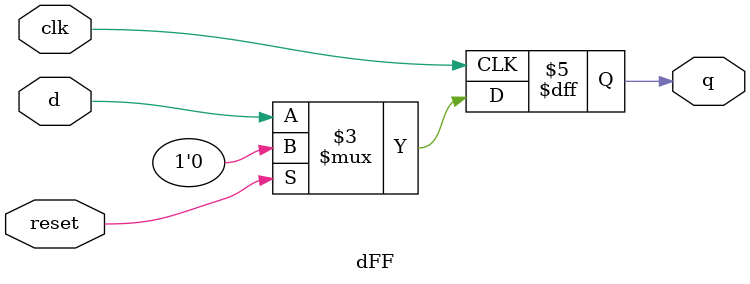
<source format=sv>
`timescale 1ns/10ps

module dFF (q, d, reset, clk);

	output logic q;
	input logic d, reset, clk;
	always_ff @(posedge clk) begin
		if (reset)
			q <= 0; // On reset, set to 0
		else
			q <= d;
	end

endmodule

</source>
